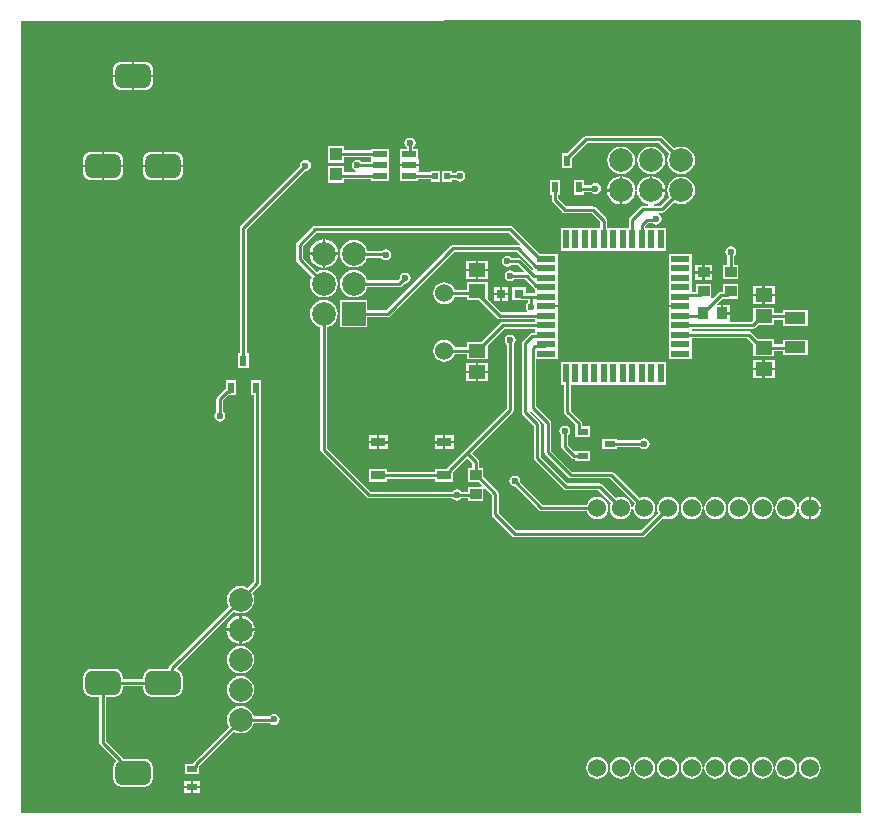
<source format=gtl>
G04*
G04 #@! TF.GenerationSoftware,Altium Limited,Altium Designer,18.1.9 (240)*
G04*
G04 Layer_Physical_Order=1*
G04 Layer_Color=255*
%FSLAX25Y25*%
%MOIN*%
G70*
G01*
G75*
%ADD10C,0.00984*%
%ADD37R,0.03543X0.02362*%
%ADD38R,0.02165X0.03740*%
%ADD39R,0.03937X0.03543*%
%ADD40R,0.01968X0.02362*%
%ADD41R,0.03740X0.02165*%
%ADD42R,0.04724X0.03150*%
%ADD43R,0.03937X0.04331*%
%ADD44R,0.04800X0.02000*%
%ADD45R,0.03543X0.03937*%
%ADD46R,0.06299X0.02165*%
%ADD47R,0.02165X0.06299*%
%ADD48R,0.03898X0.03465*%
%ADD49R,0.03150X0.03150*%
%ADD50R,0.05709X0.04528*%
%ADD51R,0.07087X0.03937*%
%ADD52C,0.01000*%
%ADD53C,0.07874*%
%ADD54C,0.06000*%
%ADD55R,0.07874X0.07874*%
G04:AMPARAMS|DCode=56|XSize=78.74mil|YSize=118.11mil|CornerRadius=19.68mil|HoleSize=0mil|Usage=FLASHONLY|Rotation=270.000|XOffset=0mil|YOffset=0mil|HoleType=Round|Shape=RoundedRectangle|*
%AMROUNDEDRECTD56*
21,1,0.07874,0.07874,0,0,270.0*
21,1,0.03937,0.11811,0,0,270.0*
1,1,0.03937,-0.03937,-0.01968*
1,1,0.03937,-0.03937,0.01968*
1,1,0.03937,0.03937,0.01968*
1,1,0.03937,0.03937,-0.01968*
%
%ADD56ROUNDEDRECTD56*%
%ADD57C,0.02362*%
G36*
X461952Y461991D02*
Y197890D01*
X181945D01*
Y461919D01*
X461598Y462344D01*
X461952Y461991D01*
D02*
G37*
%LPC*%
G36*
X223189Y448370D02*
X219646D01*
Y444016D01*
X225969D01*
Y445590D01*
X225874Y446310D01*
X225596Y446980D01*
X225154Y447556D01*
X224579Y447998D01*
X223908Y448276D01*
X223189Y448370D01*
D02*
G37*
G36*
X218858D02*
X215315D01*
X214596Y448276D01*
X213925Y447998D01*
X213349Y447556D01*
X212908Y446980D01*
X212630Y446310D01*
X212535Y445590D01*
Y444016D01*
X218858D01*
Y448370D01*
D02*
G37*
G36*
X225969Y443228D02*
X219646D01*
Y438874D01*
X223189D01*
X223908Y438969D01*
X224579Y439246D01*
X225154Y439688D01*
X225596Y440264D01*
X225874Y440934D01*
X225969Y441653D01*
Y443228D01*
D02*
G37*
G36*
X218858D02*
X212535D01*
Y441653D01*
X212630Y440934D01*
X212908Y440264D01*
X213349Y439688D01*
X213925Y439246D01*
X214596Y438969D01*
X215315Y438874D01*
X218858D01*
Y443228D01*
D02*
G37*
G36*
X289598Y420295D02*
X284402D01*
Y414705D01*
X289598D01*
Y416556D01*
X298492D01*
X298670Y416070D01*
Y415630D01*
X298670Y415570D01*
Y414923D01*
X295508D01*
X295400Y415085D01*
X294801Y415485D01*
X294094Y415626D01*
X293388Y415485D01*
X292789Y415085D01*
X292389Y414486D01*
X292248Y413779D01*
X292389Y413073D01*
X292789Y412474D01*
X293388Y412074D01*
X293594Y412033D01*
X293748Y411492D01*
X293697Y411444D01*
X289598D01*
Y413602D01*
X284402D01*
Y408012D01*
X289598D01*
Y409156D01*
X298670D01*
Y408670D01*
X304730D01*
Y411870D01*
X304730Y411930D01*
Y412370D01*
X304730Y412430D01*
Y415570D01*
X304730Y415630D01*
Y416070D01*
X304730Y416130D01*
Y419330D01*
X298670D01*
Y418844D01*
X289598D01*
Y420295D01*
D02*
G37*
G36*
X311614Y423106D02*
X310908Y422966D01*
X310309Y422566D01*
X309908Y421967D01*
X309768Y421260D01*
X309908Y420553D01*
X310309Y419954D01*
X310470Y419846D01*
Y419330D01*
X308270D01*
X308270Y416222D01*
X308113Y415787D01*
X308113Y415635D01*
Y414394D01*
X311300D01*
X314487D01*
Y415635D01*
X314487Y415787D01*
X314330Y416222D01*
X314330Y416287D01*
Y419330D01*
X312758D01*
Y419846D01*
X312920Y419954D01*
X313320Y420553D01*
X313461Y421260D01*
X313320Y421967D01*
X312920Y422566D01*
X312321Y422966D01*
X311614Y423106D01*
D02*
G37*
G36*
X233189Y418370D02*
X229646D01*
Y414016D01*
X235969D01*
Y415590D01*
X235874Y416310D01*
X235596Y416980D01*
X235155Y417556D01*
X234579Y417998D01*
X233908Y418275D01*
X233189Y418370D01*
D02*
G37*
G36*
X213189D02*
X209646D01*
Y414016D01*
X215969D01*
Y415590D01*
X215874Y416310D01*
X215596Y416980D01*
X215155Y417556D01*
X214579Y417998D01*
X213908Y418275D01*
X213189Y418370D01*
D02*
G37*
G36*
X228858D02*
X225315D01*
X224595Y418275D01*
X223925Y417998D01*
X223349Y417556D01*
X222908Y416980D01*
X222630Y416310D01*
X222535Y415590D01*
Y414016D01*
X228858D01*
Y418370D01*
D02*
G37*
G36*
X208858D02*
X205315D01*
X204595Y418275D01*
X203925Y417998D01*
X203349Y417556D01*
X202908Y416980D01*
X202630Y416310D01*
X202535Y415590D01*
Y414016D01*
X208858D01*
Y418370D01*
D02*
G37*
G36*
X276772Y415618D02*
X276065Y415478D01*
X275466Y415077D01*
X275066Y414478D01*
X274925Y413772D01*
X274963Y413581D01*
X255293Y393911D01*
X255045Y393540D01*
X254958Y393102D01*
Y351122D01*
X254390D01*
Y346122D01*
X257815D01*
Y351122D01*
X257246D01*
Y392629D01*
X276581Y411963D01*
X276772Y411925D01*
X277478Y412066D01*
X278077Y412466D01*
X278478Y413065D01*
X278618Y413772D01*
X278478Y414478D01*
X278077Y415077D01*
X277478Y415478D01*
X276772Y415618D01*
D02*
G37*
G36*
X328150Y412083D02*
X327443Y411942D01*
X326844Y411542D01*
X326736Y411380D01*
X325630D01*
Y412047D01*
X322402D01*
Y408425D01*
X325630D01*
Y409092D01*
X326736D01*
X326844Y408930D01*
X327443Y408530D01*
X328150Y408390D01*
X328856Y408530D01*
X329455Y408930D01*
X329855Y409530D01*
X329996Y410236D01*
X329855Y410943D01*
X329455Y411542D01*
X328856Y411942D01*
X328150Y412083D01*
D02*
G37*
G36*
X395000Y423644D02*
X370284D01*
X369846Y423557D01*
X369475Y423309D01*
X364095Y417929D01*
X362287D01*
Y412929D01*
X365713D01*
Y416311D01*
X370757Y421356D01*
X394526D01*
X398040Y417842D01*
X398011Y417803D01*
X397551Y416692D01*
X397394Y415500D01*
X397551Y414308D01*
X398011Y413197D01*
X398743Y412243D01*
X399697Y411511D01*
X400808Y411051D01*
X402000Y410894D01*
X403192Y411051D01*
X404303Y411511D01*
X405257Y412243D01*
X405989Y413197D01*
X406449Y414308D01*
X406606Y415500D01*
X406449Y416692D01*
X405989Y417803D01*
X405257Y418757D01*
X404303Y419489D01*
X403192Y419949D01*
X402000Y420106D01*
X400808Y419949D01*
X399697Y419489D01*
X399658Y419460D01*
X395809Y423309D01*
X395438Y423557D01*
X395000Y423644D01*
D02*
G37*
G36*
X392000Y420106D02*
X390808Y419949D01*
X389697Y419489D01*
X388743Y418757D01*
X388011Y417803D01*
X387551Y416692D01*
X387394Y415500D01*
X387551Y414308D01*
X388011Y413197D01*
X388743Y412243D01*
X389697Y411511D01*
X390808Y411051D01*
X392000Y410894D01*
X393192Y411051D01*
X394303Y411511D01*
X395257Y412243D01*
X395989Y413197D01*
X396449Y414308D01*
X396606Y415500D01*
X396449Y416692D01*
X395989Y417803D01*
X395257Y418757D01*
X394303Y419489D01*
X393192Y419949D01*
X392000Y420106D01*
D02*
G37*
G36*
X382000D02*
X380808Y419949D01*
X379697Y419489D01*
X378743Y418757D01*
X378011Y417803D01*
X377551Y416692D01*
X377394Y415500D01*
X377551Y414308D01*
X378011Y413197D01*
X378743Y412243D01*
X379697Y411511D01*
X380808Y411051D01*
X382000Y410894D01*
X383192Y411051D01*
X384303Y411511D01*
X385257Y412243D01*
X385989Y413197D01*
X386449Y414308D01*
X386606Y415500D01*
X386449Y416692D01*
X385989Y417803D01*
X385257Y418757D01*
X384303Y419489D01*
X383192Y419949D01*
X382000Y420106D01*
D02*
G37*
G36*
X235969Y413228D02*
X229646D01*
Y408874D01*
X233189D01*
X233908Y408969D01*
X234579Y409246D01*
X235155Y409688D01*
X235596Y410264D01*
X235874Y410934D01*
X235969Y411654D01*
Y413228D01*
D02*
G37*
G36*
X228858D02*
X222535D01*
Y411654D01*
X222630Y410934D01*
X222908Y410264D01*
X223349Y409688D01*
X223925Y409246D01*
X224595Y408969D01*
X225315Y408874D01*
X228858D01*
Y413228D01*
D02*
G37*
G36*
X215969D02*
X209646D01*
Y408874D01*
X213189D01*
X213908Y408969D01*
X214579Y409246D01*
X215155Y409688D01*
X215596Y410264D01*
X215874Y410934D01*
X215969Y411654D01*
Y413228D01*
D02*
G37*
G36*
X208858D02*
X202535D01*
Y411654D01*
X202630Y410934D01*
X202908Y410264D01*
X203349Y409688D01*
X203925Y409246D01*
X204595Y408969D01*
X205315Y408874D01*
X208858D01*
Y413228D01*
D02*
G37*
G36*
X314487Y413606D02*
X311300D01*
X308113D01*
Y412365D01*
X308113Y412213D01*
X308270Y411778D01*
X308270Y411713D01*
Y408670D01*
X314330D01*
Y409156D01*
X318465D01*
Y408425D01*
X321693D01*
Y412047D01*
X318465D01*
Y411444D01*
X314664D01*
X314636Y411471D01*
X314390Y411944D01*
X314487Y412213D01*
X314487Y412365D01*
Y413606D01*
D02*
G37*
G36*
X392394Y410213D02*
Y405894D01*
X396713D01*
X396603Y406733D01*
X396127Y407883D01*
X395370Y408870D01*
X394383Y409627D01*
X393233Y410103D01*
X392394Y410213D01*
D02*
G37*
G36*
X381606D02*
X380767Y410103D01*
X379617Y409627D01*
X378630Y408870D01*
X377873Y407883D01*
X377397Y406733D01*
X377287Y405894D01*
X381606D01*
Y410213D01*
D02*
G37*
G36*
X369768Y409071D02*
X366342D01*
Y404071D01*
X369768D01*
Y404958D01*
X372011D01*
X372119Y404797D01*
X372719Y404396D01*
X373425Y404256D01*
X374132Y404396D01*
X374731Y404797D01*
X375131Y405396D01*
X375272Y406102D01*
X375131Y406809D01*
X374731Y407408D01*
X374132Y407808D01*
X373425Y407949D01*
X372719Y407808D01*
X372119Y407408D01*
X372011Y407246D01*
X369768D01*
Y409071D01*
D02*
G37*
G36*
X381606Y405106D02*
X377287D01*
X377397Y404267D01*
X377873Y403117D01*
X378630Y402131D01*
X379617Y401373D01*
X380767Y400897D01*
X381606Y400787D01*
Y405106D01*
D02*
G37*
G36*
X382394Y410213D02*
Y405500D01*
Y400787D01*
X383233Y400897D01*
X384383Y401373D01*
X385369Y402131D01*
X386127Y403117D01*
X386603Y404267D01*
X386718Y405144D01*
X386748Y405368D01*
X387252D01*
X387282Y405144D01*
X387397Y404267D01*
X387873Y403117D01*
X388631Y402131D01*
X389617Y401373D01*
X390767Y400897D01*
X391075Y400857D01*
X391042Y400357D01*
X389173D01*
X388735Y400270D01*
X388364Y400022D01*
X384853Y396510D01*
X384605Y396139D01*
X384517Y395701D01*
Y392992D01*
X377357D01*
Y395441D01*
X377270Y395879D01*
X377022Y396250D01*
X373447Y399825D01*
X373076Y400073D01*
X372638Y400160D01*
X363663D01*
X361089Y402734D01*
Y404071D01*
X361658D01*
Y409071D01*
X358232D01*
Y404071D01*
X358801D01*
Y402260D01*
X358888Y401822D01*
X359136Y401451D01*
X362380Y398207D01*
X362751Y397959D01*
X363189Y397872D01*
X372164D01*
X375069Y394967D01*
Y392992D01*
X361902D01*
Y385433D01*
X396823D01*
Y392992D01*
X390044D01*
X389992Y393492D01*
X390958Y394459D01*
X392548D01*
X392994Y394160D01*
X393701Y394020D01*
X394407Y394160D01*
X395006Y394561D01*
X395407Y395160D01*
X395547Y395866D01*
X395407Y396573D01*
X395006Y397172D01*
X394407Y397572D01*
X394474Y398069D01*
X395713D01*
X396150Y398156D01*
X396521Y398404D01*
X399658Y401540D01*
X399697Y401511D01*
X400808Y401051D01*
X402000Y400894D01*
X403192Y401051D01*
X404303Y401511D01*
X405257Y402243D01*
X405989Y403197D01*
X406449Y404308D01*
X406606Y405500D01*
X406449Y406692D01*
X405989Y407803D01*
X405257Y408757D01*
X404303Y409489D01*
X403192Y409949D01*
X402000Y410106D01*
X400808Y409949D01*
X399697Y409489D01*
X398743Y408757D01*
X398011Y407803D01*
X397551Y406692D01*
X397394Y405500D01*
X397551Y404308D01*
X398011Y403197D01*
X398040Y403158D01*
X395239Y400357D01*
X392958D01*
X392925Y400857D01*
X393233Y400897D01*
X394383Y401373D01*
X395370Y402131D01*
X396127Y403117D01*
X396603Y404267D01*
X396713Y405106D01*
X392000D01*
Y405500D01*
X391606D01*
Y410213D01*
X390767Y410103D01*
X389617Y409627D01*
X388631Y408870D01*
X387873Y407883D01*
X387397Y406733D01*
X387282Y405856D01*
X387252Y405632D01*
X386748D01*
X386718Y405856D01*
X386603Y406733D01*
X386127Y407883D01*
X385369Y408870D01*
X384383Y409627D01*
X383233Y410103D01*
X382394Y410213D01*
D02*
G37*
G36*
X345045Y393630D02*
X279888D01*
X279450Y393543D01*
X279079Y393295D01*
X273994Y388211D01*
X273746Y387839D01*
X273659Y387402D01*
Y382480D01*
X273746Y382043D01*
X273994Y381671D01*
X278914Y376751D01*
X278885Y376713D01*
X278425Y375602D01*
X278268Y374410D01*
X278425Y373217D01*
X278885Y372106D01*
X279617Y371152D01*
X280571Y370420D01*
X281682Y369960D01*
X282874Y369803D01*
X284066Y369960D01*
X285177Y370420D01*
X286131Y371152D01*
X286863Y372106D01*
X287323Y373217D01*
X287480Y374410D01*
X287323Y375602D01*
X286863Y376713D01*
X286131Y377667D01*
X285177Y378399D01*
X284066Y378859D01*
X282874Y379016D01*
X281682Y378859D01*
X280571Y378399D01*
X280532Y378369D01*
X275947Y382954D01*
Y386928D01*
X280362Y391342D01*
X344571D01*
X348207Y387707D01*
X348112Y387513D01*
X347912Y387294D01*
X347559Y387365D01*
X325984D01*
X325547Y387277D01*
X325175Y387029D01*
X303699Y365553D01*
X297441D01*
Y368976D01*
X288307D01*
Y359842D01*
X297441D01*
Y363265D01*
X304173D01*
X304611Y363352D01*
X304982Y363600D01*
X326458Y385076D01*
X347085D01*
X352931Y379230D01*
X352924Y379164D01*
X352401Y378979D01*
X348682Y382699D01*
X348311Y382947D01*
X347873Y383034D01*
X345508D01*
X345400Y383195D01*
X344801Y383596D01*
X344094Y383736D01*
X343388Y383596D01*
X342789Y383195D01*
X342389Y382596D01*
X342248Y381890D01*
X342389Y381183D01*
X342789Y380584D01*
X343388Y380184D01*
X344094Y380043D01*
X344801Y380184D01*
X345400Y380584D01*
X345508Y380746D01*
X347399D01*
X349539Y378606D01*
X349348Y378144D01*
X346414D01*
X346306Y378306D01*
X345707Y378706D01*
X345000Y378847D01*
X344293Y378706D01*
X343694Y378306D01*
X343294Y377707D01*
X343154Y377000D01*
X343294Y376293D01*
X343694Y375694D01*
X344293Y375294D01*
X345000Y375153D01*
X345707Y375294D01*
X346306Y375694D01*
X346414Y375856D01*
X350006D01*
X352931Y372931D01*
X353221Y372738D01*
Y371144D01*
X350110D01*
Y373205D01*
X345701D01*
Y368795D01*
X350110D01*
Y368856D01*
X350856D01*
Y367914D01*
X350694Y367806D01*
X350294Y367207D01*
X350153Y366500D01*
X350294Y365793D01*
X350588Y365353D01*
X350374Y364853D01*
X341989D01*
X337484Y369358D01*
Y374850D01*
X330516D01*
Y372357D01*
X326455D01*
X326171Y373043D01*
X325589Y373801D01*
X324831Y374383D01*
X323948Y374749D01*
X323000Y374874D01*
X322052Y374749D01*
X321169Y374383D01*
X320411Y373801D01*
X319829Y373043D01*
X319463Y372160D01*
X319339Y371213D01*
X319463Y370265D01*
X319829Y369382D01*
X320411Y368624D01*
X321169Y368042D01*
X322052Y367676D01*
X323000Y367551D01*
X323948Y367676D01*
X324831Y368042D01*
X325589Y368624D01*
X326171Y369382D01*
X326455Y370069D01*
X330516D01*
Y369063D01*
X334520D01*
X340697Y362886D01*
X341071Y362636D01*
X341512Y362549D01*
X353221D01*
Y361703D01*
X342551D01*
X342110Y361615D01*
X341737Y361366D01*
X335308Y354937D01*
X330516D01*
Y353144D01*
X326455D01*
X326171Y353831D01*
X325589Y354589D01*
X324831Y355171D01*
X323948Y355537D01*
X323000Y355661D01*
X322052Y355537D01*
X321169Y355171D01*
X320411Y354589D01*
X319829Y353831D01*
X319463Y352948D01*
X319339Y352000D01*
X319463Y351052D01*
X319829Y350169D01*
X320411Y349411D01*
X321169Y348829D01*
X322052Y348464D01*
X323000Y348339D01*
X323948Y348464D01*
X324831Y348829D01*
X325589Y349411D01*
X326171Y350169D01*
X326455Y350856D01*
X330516D01*
Y349150D01*
X337484D01*
Y353855D01*
X343028Y359399D01*
X353221D01*
Y358018D01*
X352374D01*
X351936Y357931D01*
X351565Y357683D01*
X349191Y355309D01*
X348943Y354938D01*
X348856Y354500D01*
Y331500D01*
X348943Y331062D01*
X349191Y330691D01*
X352856Y327026D01*
Y316276D01*
X352943Y315838D01*
X353191Y315467D01*
X362774Y305884D01*
X363145Y305636D01*
X363583Y305549D01*
X374329D01*
X378638Y301240D01*
X378353Y300554D01*
X378228Y299606D01*
X378353Y298659D01*
X378719Y297776D01*
X379301Y297017D01*
X380059Y296436D01*
X380942Y296070D01*
X381890Y295945D01*
X382837Y296070D01*
X383720Y296436D01*
X384479Y297017D01*
X385061Y297776D01*
X385426Y298659D01*
X385551Y299606D01*
X385426Y300554D01*
X385061Y301437D01*
X384479Y302195D01*
X383720Y302777D01*
X382837Y303143D01*
X381890Y303268D01*
X380942Y303143D01*
X380256Y302858D01*
X375612Y307502D01*
X375241Y307750D01*
X374803Y307837D01*
X364057D01*
X355144Y316749D01*
Y327500D01*
X355057Y327938D01*
X354809Y328309D01*
X351441Y331677D01*
X351452Y331723D01*
X352006Y331876D01*
X356356Y327526D01*
Y318287D01*
X356443Y317850D01*
X356691Y317478D01*
X364349Y309821D01*
X364720Y309573D01*
X365158Y309486D01*
X378266D01*
X386512Y301240D01*
X386227Y300554D01*
X386103Y299606D01*
X386227Y298659D01*
X386593Y297776D01*
X387175Y297017D01*
X387933Y296436D01*
X388816Y296070D01*
X389764Y295945D01*
X390711Y296070D01*
X391594Y296436D01*
X392353Y297017D01*
X392934Y297776D01*
X393300Y298659D01*
X393425Y299606D01*
X393300Y300554D01*
X392934Y301437D01*
X392353Y302195D01*
X391594Y302777D01*
X390711Y303143D01*
X389764Y303268D01*
X388816Y303143D01*
X388130Y302858D01*
X379549Y311439D01*
X379178Y311687D01*
X378740Y311774D01*
X365631D01*
X358644Y318761D01*
Y328000D01*
X358557Y328438D01*
X358309Y328809D01*
X353644Y333474D01*
Y349390D01*
X360780D01*
Y352539D01*
Y355689D01*
Y358839D01*
Y361988D01*
Y364980D01*
X360937D01*
Y366457D01*
X357000D01*
Y367244D01*
X360937D01*
Y368721D01*
X360780D01*
Y371437D01*
Y374587D01*
Y377736D01*
Y380886D01*
Y384311D01*
X354838D01*
X345854Y393295D01*
X345483Y393543D01*
X345045Y393630D01*
D02*
G37*
G36*
X283268Y389123D02*
Y384803D01*
X287587D01*
X287477Y385643D01*
X287001Y386792D01*
X286244Y387779D01*
X285257Y388536D01*
X284107Y389012D01*
X283268Y389123D01*
D02*
G37*
G36*
X282480D02*
X281641Y389012D01*
X280491Y388536D01*
X279504Y387779D01*
X278747Y386792D01*
X278271Y385643D01*
X278161Y384803D01*
X282480D01*
Y389123D01*
D02*
G37*
G36*
X292874Y389016D02*
X291682Y388859D01*
X290571Y388399D01*
X289617Y387667D01*
X288885Y386713D01*
X288425Y385602D01*
X288268Y384409D01*
X288425Y383217D01*
X288885Y382106D01*
X289617Y381152D01*
X290571Y380420D01*
X291682Y379960D01*
X292874Y379803D01*
X294066Y379960D01*
X295177Y380420D01*
X296131Y381152D01*
X296863Y382106D01*
X297270Y383088D01*
X302011D01*
X302238Y382749D01*
X302837Y382349D01*
X303543Y382209D01*
X304250Y382349D01*
X304849Y382749D01*
X305249Y383348D01*
X305390Y384055D01*
X305249Y384762D01*
X304849Y385361D01*
X304250Y385761D01*
X303543Y385902D01*
X302837Y385761D01*
X302261Y385376D01*
X297353D01*
X297323Y385602D01*
X296863Y386713D01*
X296131Y387667D01*
X295177Y388399D01*
X294066Y388859D01*
X292874Y389016D01*
D02*
G37*
G36*
X287587Y384016D02*
X283268D01*
Y379696D01*
X284107Y379807D01*
X285257Y380283D01*
X286244Y381040D01*
X287001Y382027D01*
X287477Y383176D01*
X287587Y384016D01*
D02*
G37*
G36*
X282480D02*
X278161D01*
X278271Y383176D01*
X278747Y382027D01*
X279504Y381040D01*
X280491Y380283D01*
X281641Y379807D01*
X282480Y379696D01*
Y384016D01*
D02*
G37*
G36*
X337642Y382095D02*
X334394D01*
Y379437D01*
X337642D01*
Y382095D01*
D02*
G37*
G36*
X333606D02*
X330358D01*
Y379437D01*
X333606D01*
Y382095D01*
D02*
G37*
G36*
X412256Y380709D02*
X409894D01*
Y378543D01*
X412256D01*
Y380709D01*
D02*
G37*
G36*
X409106D02*
X406744D01*
Y378543D01*
X409106D01*
Y380709D01*
D02*
G37*
G36*
X337642Y378650D02*
X334394D01*
Y375992D01*
X337642D01*
Y378650D01*
D02*
G37*
G36*
X333606D02*
X330358D01*
Y375992D01*
X333606D01*
Y378650D01*
D02*
G37*
G36*
X418500Y386846D02*
X417793Y386706D01*
X417194Y386306D01*
X416794Y385707D01*
X416653Y385000D01*
X416794Y384293D01*
X417194Y383694D01*
X417356Y383586D01*
Y380571D01*
X415921D01*
Y375847D01*
X421079D01*
Y380571D01*
X419644D01*
Y383586D01*
X419806Y383694D01*
X420206Y384293D01*
X420346Y385000D01*
X420206Y385707D01*
X419806Y386306D01*
X419207Y386706D01*
X418500Y386846D01*
D02*
G37*
G36*
X412256Y377756D02*
X409894D01*
Y375590D01*
X412256D01*
Y377756D01*
D02*
G37*
G36*
X409106D02*
X406744D01*
Y375590D01*
X409106D01*
Y377756D01*
D02*
G37*
G36*
X292874Y379016D02*
X291682Y378859D01*
X290571Y378399D01*
X289617Y377667D01*
X288885Y376713D01*
X288425Y375602D01*
X288268Y374410D01*
X288425Y373217D01*
X288885Y372106D01*
X289617Y371152D01*
X290571Y370420D01*
X291682Y369960D01*
X292874Y369803D01*
X294066Y369960D01*
X295177Y370420D01*
X296131Y371152D01*
X296863Y372106D01*
X297323Y373217D01*
X297330Y373265D01*
X308053D01*
X308491Y373353D01*
X308862Y373601D01*
X309669Y374408D01*
X310039Y374335D01*
X310746Y374475D01*
X311345Y374875D01*
X311745Y375475D01*
X311886Y376181D01*
X311745Y376888D01*
X311345Y377487D01*
X310746Y377887D01*
X310039Y378028D01*
X309333Y377887D01*
X308734Y377487D01*
X308333Y376888D01*
X308193Y376181D01*
X308195Y376170D01*
X307579Y375553D01*
X297330D01*
X297323Y375602D01*
X296863Y376713D01*
X296131Y377667D01*
X295177Y378399D01*
X294066Y378859D01*
X292874Y379016D01*
D02*
G37*
G36*
X344362Y373362D02*
X342394D01*
Y371394D01*
X344362D01*
Y373362D01*
D02*
G37*
G36*
X341606D02*
X339638D01*
Y371394D01*
X341606D01*
Y373362D01*
D02*
G37*
G36*
X433142Y373638D02*
X429894D01*
Y370980D01*
X433142D01*
Y373638D01*
D02*
G37*
G36*
X429106D02*
X425858D01*
Y370980D01*
X429106D01*
Y373638D01*
D02*
G37*
G36*
X344362Y370606D02*
X342394D01*
Y368638D01*
X344362D01*
Y370606D01*
D02*
G37*
G36*
X341606D02*
X339638D01*
Y368638D01*
X341606D01*
Y370606D01*
D02*
G37*
G36*
X433142Y370193D02*
X429894D01*
Y367535D01*
X433142D01*
Y370193D01*
D02*
G37*
G36*
X429106D02*
X425858D01*
Y367535D01*
X429106D01*
Y370193D01*
D02*
G37*
G36*
X418209Y367256D02*
X416043D01*
Y364894D01*
X418209D01*
Y367256D01*
D02*
G37*
G36*
X405504Y384311D02*
X397945D01*
Y380886D01*
Y377736D01*
Y374587D01*
Y371437D01*
Y368721D01*
X397787D01*
Y367244D01*
X401724D01*
Y366457D01*
X397787D01*
Y364980D01*
X397945D01*
Y361988D01*
Y358839D01*
Y355689D01*
Y352539D01*
Y349390D01*
X405504D01*
Y352539D01*
Y356258D01*
X424077D01*
X426016Y354319D01*
Y350150D01*
X432984D01*
Y351899D01*
X435827D01*
Y350559D01*
X444173D01*
Y355756D01*
X435827D01*
Y354187D01*
X432984D01*
Y355937D01*
X427634D01*
X425360Y358210D01*
X424989Y358458D01*
X424551Y358546D01*
X405504D01*
Y359407D01*
X425961D01*
X426398Y359494D01*
X426770Y359742D01*
X427634Y360606D01*
X432984D01*
Y362356D01*
X435827D01*
Y360402D01*
X444173D01*
Y365598D01*
X435827D01*
Y364644D01*
X432984D01*
Y366394D01*
X426016D01*
Y362224D01*
X425487Y361695D01*
X418688D01*
X418209Y361744D01*
Y364106D01*
X415650D01*
Y364500D01*
X415256D01*
Y367256D01*
X414181D01*
X413989Y367718D01*
X415679Y369407D01*
X417260D01*
X417370Y369429D01*
X421079D01*
Y374153D01*
X415921D01*
Y371695D01*
X415205D01*
X414767Y371608D01*
X414396Y371360D01*
X412598Y369563D01*
X412098Y369770D01*
X412098Y369781D01*
X412098D01*
X412098Y369816D01*
Y374252D01*
X406902D01*
Y371715D01*
X405504D01*
Y374587D01*
Y377736D01*
Y380886D01*
Y384311D01*
D02*
G37*
G36*
X433142Y349008D02*
X429894D01*
Y346350D01*
X433142D01*
Y349008D01*
D02*
G37*
G36*
X429106D02*
X425858D01*
Y346350D01*
X429106D01*
Y349008D01*
D02*
G37*
G36*
X337642Y348008D02*
X334394D01*
Y345350D01*
X337642D01*
Y348008D01*
D02*
G37*
G36*
X333606D02*
X330358D01*
Y345350D01*
X333606D01*
Y348008D01*
D02*
G37*
G36*
X433142Y345563D02*
X429894D01*
Y342905D01*
X433142D01*
Y345563D01*
D02*
G37*
G36*
X429106D02*
X425858D01*
Y342905D01*
X429106D01*
Y345563D01*
D02*
G37*
G36*
X337642Y344563D02*
X334394D01*
Y341905D01*
X337642D01*
Y344563D01*
D02*
G37*
G36*
X333606D02*
X330358D01*
Y341905D01*
X333606D01*
Y344563D01*
D02*
G37*
G36*
X253760Y342264D02*
X250335D01*
Y339463D01*
X250232Y339443D01*
X249860Y339195D01*
X247419Y336754D01*
X247171Y336383D01*
X247084Y335945D01*
Y331630D01*
X246923Y331522D01*
X246522Y330923D01*
X246382Y330217D01*
X246522Y329510D01*
X246923Y328911D01*
X247522Y328511D01*
X248228Y328370D01*
X248935Y328511D01*
X249534Y328911D01*
X249934Y329510D01*
X250075Y330217D01*
X249934Y330923D01*
X249534Y331522D01*
X249372Y331630D01*
Y335471D01*
X251143Y337242D01*
X251457D01*
X251567Y337264D01*
X253760D01*
Y342264D01*
D02*
G37*
G36*
X396823Y348268D02*
X361902D01*
Y340709D01*
X362931D01*
Y331594D01*
X363018Y331157D01*
X363266Y330786D01*
X366746Y327306D01*
Y325681D01*
X366768Y325571D01*
Y323378D01*
X371768D01*
Y326803D01*
X369034D01*
Y327780D01*
X368947Y328217D01*
X368699Y328589D01*
X365219Y332068D01*
Y340709D01*
X396823D01*
Y348268D01*
D02*
G37*
G36*
X389697Y322882D02*
X388990Y322741D01*
X388391Y322341D01*
X388283Y322180D01*
X380626D01*
Y322748D01*
X375626D01*
Y319323D01*
X380626D01*
Y319891D01*
X388283D01*
X388391Y319730D01*
X388990Y319330D01*
X389697Y319189D01*
X390404Y319330D01*
X391002Y319730D01*
X391403Y320329D01*
X391543Y321035D01*
X391403Y321742D01*
X391002Y322341D01*
X390404Y322741D01*
X389697Y322882D01*
D02*
G37*
G36*
X326150Y323874D02*
X323394D01*
Y321905D01*
X326150D01*
Y323874D01*
D02*
G37*
G36*
X304150D02*
X301394D01*
Y321905D01*
X304150D01*
Y323874D01*
D02*
G37*
G36*
X322606D02*
X319850D01*
Y321905D01*
X322606D01*
Y323874D01*
D02*
G37*
G36*
X300606D02*
X297850D01*
Y321905D01*
X300606D01*
Y323874D01*
D02*
G37*
G36*
X326150Y321118D02*
X323394D01*
Y319150D01*
X326150D01*
Y321118D01*
D02*
G37*
G36*
X322606D02*
X319850D01*
Y319150D01*
X322606D01*
Y321118D01*
D02*
G37*
G36*
X304150D02*
X301394D01*
Y319150D01*
X304150D01*
Y321118D01*
D02*
G37*
G36*
X300606D02*
X297850D01*
Y319150D01*
X300606D01*
Y321118D01*
D02*
G37*
G36*
X363189Y327043D02*
X362482Y326903D01*
X361883Y326502D01*
X361483Y325904D01*
X361343Y325197D01*
X361483Y324490D01*
X361883Y323891D01*
X362045Y323783D01*
Y320079D01*
X362132Y319641D01*
X362380Y319270D01*
X365478Y316171D01*
X365850Y315923D01*
X366287Y315836D01*
X366768D01*
Y315268D01*
X371768D01*
Y318693D01*
X366768D01*
Y318693D01*
X366268Y318618D01*
X364333Y320553D01*
Y323783D01*
X364495Y323891D01*
X364895Y324490D01*
X365036Y325197D01*
X364895Y325904D01*
X364495Y326502D01*
X363896Y326903D01*
X363189Y327043D01*
D02*
G37*
G36*
X444488Y303375D02*
X443893Y303296D01*
X442972Y302915D01*
X442181Y302308D01*
X441574Y301516D01*
X441192Y300595D01*
X441118Y300030D01*
X440613D01*
X440544Y300554D01*
X440179Y301437D01*
X439597Y302195D01*
X438838Y302777D01*
X437956Y303143D01*
X437008Y303268D01*
X436060Y303143D01*
X435177Y302777D01*
X434419Y302195D01*
X433837Y301437D01*
X433471Y300554D01*
X433347Y299606D01*
X433471Y298659D01*
X433837Y297776D01*
X434419Y297017D01*
X435177Y296436D01*
X436060Y296070D01*
X437008Y295945D01*
X437956Y296070D01*
X438838Y296436D01*
X439597Y297017D01*
X440179Y297776D01*
X440544Y298659D01*
X440613Y299182D01*
X441118D01*
X441192Y298618D01*
X441574Y297696D01*
X442181Y296905D01*
X442972Y296298D01*
X443893Y295916D01*
X444488Y295838D01*
Y299606D01*
Y303375D01*
D02*
G37*
G36*
X445276D02*
Y300000D01*
X448650D01*
X448572Y300595D01*
X448190Y301516D01*
X447583Y302308D01*
X446792Y302915D01*
X445871Y303296D01*
X445276Y303375D01*
D02*
G37*
G36*
X429134Y303268D02*
X428186Y303143D01*
X427303Y302777D01*
X426545Y302195D01*
X425963Y301437D01*
X425597Y300554D01*
X425473Y299606D01*
X425597Y298659D01*
X425963Y297776D01*
X426545Y297017D01*
X427303Y296436D01*
X428186Y296070D01*
X429134Y295945D01*
X430082Y296070D01*
X430965Y296436D01*
X431723Y297017D01*
X432305Y297776D01*
X432670Y298659D01*
X432795Y299606D01*
X432670Y300554D01*
X432305Y301437D01*
X431723Y302195D01*
X430965Y302777D01*
X430082Y303143D01*
X429134Y303268D01*
D02*
G37*
G36*
X421260D02*
X420312Y303143D01*
X419429Y302777D01*
X418671Y302195D01*
X418089Y301437D01*
X417723Y300554D01*
X417599Y299606D01*
X417723Y298659D01*
X418089Y297776D01*
X418671Y297017D01*
X419429Y296436D01*
X420312Y296070D01*
X421260Y295945D01*
X422207Y296070D01*
X423091Y296436D01*
X423849Y297017D01*
X424431Y297776D01*
X424796Y298659D01*
X424921Y299606D01*
X424796Y300554D01*
X424431Y301437D01*
X423849Y302195D01*
X423091Y302777D01*
X422207Y303143D01*
X421260Y303268D01*
D02*
G37*
G36*
X413386D02*
X412438Y303143D01*
X411555Y302777D01*
X410797Y302195D01*
X410215Y301437D01*
X409849Y300554D01*
X409725Y299606D01*
X409849Y298659D01*
X410215Y297776D01*
X410797Y297017D01*
X411555Y296436D01*
X412438Y296070D01*
X413386Y295945D01*
X414333Y296070D01*
X415216Y296436D01*
X415975Y297017D01*
X416557Y297776D01*
X416922Y298659D01*
X417047Y299606D01*
X416922Y300554D01*
X416557Y301437D01*
X415975Y302195D01*
X415216Y302777D01*
X414333Y303143D01*
X413386Y303268D01*
D02*
G37*
G36*
X405512D02*
X404564Y303143D01*
X403681Y302777D01*
X402923Y302195D01*
X402341Y301437D01*
X401975Y300554D01*
X401851Y299606D01*
X401975Y298659D01*
X402341Y297776D01*
X402923Y297017D01*
X403681Y296436D01*
X404564Y296070D01*
X405512Y295945D01*
X406459Y296070D01*
X407342Y296436D01*
X408101Y297017D01*
X408682Y297776D01*
X409048Y298659D01*
X409173Y299606D01*
X409048Y300554D01*
X408682Y301437D01*
X408101Y302195D01*
X407342Y302777D01*
X406459Y303143D01*
X405512Y303268D01*
D02*
G37*
G36*
X282874Y369016D02*
X281682Y368859D01*
X280571Y368399D01*
X279617Y367667D01*
X278885Y366713D01*
X278425Y365602D01*
X278268Y364409D01*
X278425Y363217D01*
X278885Y362106D01*
X279617Y361152D01*
X280571Y360420D01*
X281682Y359960D01*
X281730Y359954D01*
Y319094D01*
X281817Y318657D01*
X282065Y318285D01*
X297223Y303128D01*
X297594Y302880D01*
X298031Y302793D01*
X325752D01*
X325860Y302631D01*
X326459Y302231D01*
X327165Y302091D01*
X327872Y302231D01*
X328471Y302631D01*
X328579Y302793D01*
X330902D01*
Y301949D01*
X336098D01*
Y305977D01*
X336560Y306168D01*
X338856Y303873D01*
Y297500D01*
X338943Y297062D01*
X339191Y296691D01*
X345691Y290191D01*
X346062Y289943D01*
X346500Y289856D01*
X389032D01*
X389469Y289943D01*
X389840Y290191D01*
X396004Y296354D01*
X396690Y296070D01*
X397638Y295945D01*
X398585Y296070D01*
X399468Y296436D01*
X400227Y297017D01*
X400808Y297776D01*
X401174Y298659D01*
X401299Y299606D01*
X401174Y300554D01*
X400808Y301437D01*
X400227Y302195D01*
X399468Y302777D01*
X398585Y303143D01*
X397638Y303268D01*
X396690Y303143D01*
X395807Y302777D01*
X395049Y302195D01*
X394467Y301437D01*
X394101Y300554D01*
X393977Y299606D01*
X394101Y298659D01*
X394386Y297972D01*
X388558Y292144D01*
X346974D01*
X341144Y297974D01*
Y304346D01*
X341057Y304784D01*
X340809Y305155D01*
X336098Y309866D01*
Y313051D01*
X334644D01*
Y315000D01*
X334557Y315438D01*
X334309Y315809D01*
X332216Y317902D01*
X345809Y331495D01*
X346057Y331866D01*
X346144Y332304D01*
Y354086D01*
X346306Y354194D01*
X346706Y354793D01*
X346847Y355500D01*
X346706Y356207D01*
X346306Y356806D01*
X345707Y357206D01*
X345000Y357347D01*
X344293Y357206D01*
X343694Y356806D01*
X343294Y356207D01*
X343154Y355500D01*
X343294Y354793D01*
X343694Y354194D01*
X343856Y354086D01*
Y332777D01*
X329789Y318711D01*
X329789Y318711D01*
X324061Y312983D01*
X323868Y312693D01*
X320008D01*
Y311632D01*
X303992D01*
Y312693D01*
X298008D01*
Y308283D01*
X303992D01*
Y309344D01*
X320008D01*
Y308283D01*
X325992D01*
Y311460D01*
X326014Y311571D01*
Y311700D01*
X330598Y316284D01*
X332356Y314526D01*
Y313051D01*
X330902D01*
Y308248D01*
X334481D01*
X335515Y307214D01*
X335323Y306752D01*
X330902D01*
Y305081D01*
X328579D01*
X328471Y305243D01*
X327872Y305643D01*
X327165Y305784D01*
X326459Y305643D01*
X325860Y305243D01*
X325752Y305081D01*
X298505D01*
X284018Y319568D01*
Y359954D01*
X284066Y359960D01*
X285177Y360420D01*
X286131Y361152D01*
X286863Y362106D01*
X287323Y363217D01*
X287480Y364409D01*
X287323Y365602D01*
X286863Y366713D01*
X286131Y367667D01*
X285177Y368399D01*
X284066Y368859D01*
X282874Y369016D01*
D02*
G37*
G36*
X346500Y310347D02*
X345793Y310206D01*
X345194Y309806D01*
X344794Y309207D01*
X344654Y308500D01*
X344794Y307793D01*
X345194Y307194D01*
X345793Y306794D01*
X346500Y306653D01*
X346691Y306691D01*
X354585Y298797D01*
X354956Y298549D01*
X355394Y298462D01*
X370561D01*
X370845Y297776D01*
X371427Y297017D01*
X372185Y296436D01*
X373068Y296070D01*
X374016Y295945D01*
X374963Y296070D01*
X375846Y296436D01*
X376605Y297017D01*
X377186Y297776D01*
X377552Y298659D01*
X377677Y299606D01*
X377552Y300554D01*
X377186Y301437D01*
X376605Y302195D01*
X375846Y302777D01*
X374963Y303143D01*
X374016Y303268D01*
X373068Y303143D01*
X372185Y302777D01*
X371427Y302195D01*
X370845Y301437D01*
X370561Y300750D01*
X355868D01*
X348309Y308309D01*
X348346Y308500D01*
X348206Y309207D01*
X347806Y309806D01*
X347207Y310206D01*
X346500Y310347D01*
D02*
G37*
G36*
X448650Y299213D02*
X445276D01*
Y295838D01*
X445871Y295916D01*
X446792Y296298D01*
X447583Y296905D01*
X448190Y297696D01*
X448572Y298618D01*
X448650Y299213D01*
D02*
G37*
G36*
X261870Y342264D02*
X258445D01*
Y337264D01*
X259604D01*
Y275159D01*
X257460Y273015D01*
X257421Y273044D01*
X256310Y273504D01*
X255118Y273661D01*
X253926Y273504D01*
X252815Y273044D01*
X251861Y272312D01*
X251129Y271358D01*
X250669Y270247D01*
X250512Y269055D01*
X250669Y267863D01*
X251129Y266752D01*
X251158Y266713D01*
X231429Y246984D01*
X231181Y246613D01*
X231094Y246175D01*
Y245928D01*
X225315D01*
X224637Y245839D01*
X224005Y245577D01*
X223462Y245160D01*
X223045Y244618D01*
X222783Y243985D01*
X222694Y243307D01*
Y242483D01*
X215810D01*
Y243307D01*
X215721Y243985D01*
X215459Y244618D01*
X215042Y245160D01*
X214499Y245577D01*
X213867Y245839D01*
X213189Y245928D01*
X205315D01*
X204637Y245839D01*
X204005Y245577D01*
X203462Y245160D01*
X203045Y244618D01*
X202783Y243985D01*
X202694Y243307D01*
Y239370D01*
X202783Y238692D01*
X203045Y238060D01*
X203462Y237517D01*
X204005Y237100D01*
X204637Y236839D01*
X205315Y236749D01*
X208108D01*
Y221339D01*
X208195Y220901D01*
X208443Y220530D01*
X213483Y215489D01*
X213462Y215160D01*
X213045Y214617D01*
X212783Y213985D01*
X212694Y213307D01*
Y209370D01*
X212783Y208692D01*
X213045Y208060D01*
X213462Y207517D01*
X214004Y207100D01*
X214637Y206838D01*
X215315Y206749D01*
X223189D01*
X223867Y206838D01*
X224499Y207100D01*
X225042Y207517D01*
X225459Y208060D01*
X225721Y208692D01*
X225810Y209370D01*
Y213307D01*
X225721Y213985D01*
X225459Y214617D01*
X225042Y215160D01*
X224499Y215577D01*
X223867Y215839D01*
X223189Y215928D01*
X215955D01*
X215904Y216181D01*
X215656Y216552D01*
X210396Y221812D01*
Y236749D01*
X213189D01*
X213867Y236839D01*
X214499Y237100D01*
X215042Y237517D01*
X215459Y238060D01*
X215721Y238692D01*
X215810Y239370D01*
Y240195D01*
X222694D01*
Y239370D01*
X222783Y238692D01*
X223045Y238060D01*
X223462Y237517D01*
X224005Y237100D01*
X224637Y236839D01*
X225315Y236749D01*
X233189D01*
X233867Y236839D01*
X234499Y237100D01*
X235042Y237517D01*
X235459Y238060D01*
X235720Y238692D01*
X235810Y239370D01*
Y243307D01*
X235720Y243985D01*
X235459Y244618D01*
X235042Y245160D01*
X234499Y245577D01*
X234121Y245733D01*
X233981Y246301D01*
X252776Y265095D01*
X252815Y265066D01*
X253926Y264606D01*
X255118Y264449D01*
X256310Y264606D01*
X257421Y265066D01*
X258375Y265798D01*
X259107Y266752D01*
X259567Y267863D01*
X259724Y269055D01*
X259567Y270247D01*
X259107Y271358D01*
X259078Y271397D01*
X261557Y273876D01*
X261805Y274247D01*
X261892Y274685D01*
Y339173D01*
X261870Y339284D01*
Y342264D01*
D02*
G37*
G36*
X255512Y263769D02*
Y259449D01*
X259832D01*
X259721Y260288D01*
X259245Y261438D01*
X258488Y262425D01*
X257501Y263182D01*
X256351Y263658D01*
X255512Y263769D01*
D02*
G37*
G36*
X254724D02*
X253885Y263658D01*
X252735Y263182D01*
X251749Y262425D01*
X250991Y261438D01*
X250515Y260288D01*
X250405Y259449D01*
X254724D01*
Y263769D01*
D02*
G37*
G36*
X259832Y258661D02*
X255512D01*
Y254342D01*
X256351Y254452D01*
X257501Y254928D01*
X258488Y255686D01*
X259245Y256673D01*
X259721Y257822D01*
X259832Y258661D01*
D02*
G37*
G36*
X254724D02*
X250405D01*
X250515Y257822D01*
X250991Y256673D01*
X251749Y255686D01*
X252735Y254928D01*
X253885Y254452D01*
X254724Y254342D01*
Y258661D01*
D02*
G37*
G36*
X255118Y253661D02*
X253926Y253504D01*
X252815Y253044D01*
X251861Y252312D01*
X251129Y251358D01*
X250669Y250247D01*
X250512Y249055D01*
X250669Y247863D01*
X251129Y246752D01*
X251861Y245798D01*
X252815Y245066D01*
X253926Y244606D01*
X255118Y244449D01*
X256310Y244606D01*
X257421Y245066D01*
X258375Y245798D01*
X259107Y246752D01*
X259567Y247863D01*
X259724Y249055D01*
X259567Y250247D01*
X259107Y251358D01*
X258375Y252312D01*
X257421Y253044D01*
X256310Y253504D01*
X255118Y253661D01*
D02*
G37*
G36*
Y243661D02*
X253926Y243505D01*
X252815Y243044D01*
X251861Y242312D01*
X251129Y241358D01*
X250669Y240247D01*
X250512Y239055D01*
X250669Y237863D01*
X251129Y236752D01*
X251861Y235798D01*
X252815Y235066D01*
X253926Y234606D01*
X255118Y234449D01*
X256310Y234606D01*
X257421Y235066D01*
X258375Y235798D01*
X259107Y236752D01*
X259567Y237863D01*
X259724Y239055D01*
X259567Y240247D01*
X259107Y241358D01*
X258375Y242312D01*
X257421Y243044D01*
X256310Y243505D01*
X255118Y243661D01*
D02*
G37*
G36*
Y233662D02*
X253926Y233505D01*
X252815Y233044D01*
X251861Y232312D01*
X251129Y231358D01*
X250669Y230247D01*
X250512Y229055D01*
X250669Y227863D01*
X251129Y226752D01*
X251158Y226713D01*
X239447Y215002D01*
X239199Y214631D01*
X239155Y214409D01*
X236575D01*
Y210787D01*
X241378D01*
Y213177D01*
X241400Y213287D01*
Y213719D01*
X252776Y225096D01*
X252815Y225066D01*
X253926Y224606D01*
X255118Y224449D01*
X256310Y224606D01*
X257421Y225066D01*
X258375Y225798D01*
X259107Y226752D01*
X259567Y227863D01*
X259574Y227911D01*
X264978D01*
X265033Y227828D01*
X265632Y227428D01*
X266339Y227287D01*
X267045Y227428D01*
X267644Y227828D01*
X268044Y228427D01*
X268185Y229134D01*
X268044Y229840D01*
X267644Y230439D01*
X267045Y230840D01*
X266339Y230980D01*
X265632Y230840D01*
X265033Y230439D01*
X264872Y230199D01*
X259574D01*
X259567Y230247D01*
X259107Y231358D01*
X258375Y232312D01*
X257421Y233044D01*
X256310Y233505D01*
X255118Y233662D01*
D02*
G37*
G36*
X444882Y216668D02*
X443934Y216543D01*
X443051Y216177D01*
X442293Y215595D01*
X441711Y214837D01*
X441345Y213954D01*
X441221Y213006D01*
X441345Y212059D01*
X441711Y211176D01*
X442293Y210417D01*
X443051Y209836D01*
X443934Y209470D01*
X444882Y209345D01*
X445829Y209470D01*
X446712Y209836D01*
X447471Y210417D01*
X448053Y211176D01*
X448418Y212059D01*
X448543Y213006D01*
X448418Y213954D01*
X448053Y214837D01*
X447471Y215595D01*
X446712Y216177D01*
X445829Y216543D01*
X444882Y216668D01*
D02*
G37*
G36*
X437008D02*
X436060Y216543D01*
X435177Y216177D01*
X434419Y215595D01*
X433837Y214837D01*
X433471Y213954D01*
X433347Y213006D01*
X433471Y212059D01*
X433837Y211176D01*
X434419Y210417D01*
X435177Y209836D01*
X436060Y209470D01*
X437008Y209345D01*
X437956Y209470D01*
X438838Y209836D01*
X439597Y210417D01*
X440179Y211176D01*
X440544Y212059D01*
X440669Y213006D01*
X440544Y213954D01*
X440179Y214837D01*
X439597Y215595D01*
X438838Y216177D01*
X437956Y216543D01*
X437008Y216668D01*
D02*
G37*
G36*
X429134D02*
X428186Y216543D01*
X427303Y216177D01*
X426545Y215595D01*
X425963Y214837D01*
X425597Y213954D01*
X425473Y213006D01*
X425597Y212059D01*
X425963Y211176D01*
X426545Y210417D01*
X427303Y209836D01*
X428186Y209470D01*
X429134Y209345D01*
X430082Y209470D01*
X430965Y209836D01*
X431723Y210417D01*
X432305Y211176D01*
X432670Y212059D01*
X432795Y213006D01*
X432670Y213954D01*
X432305Y214837D01*
X431723Y215595D01*
X430965Y216177D01*
X430082Y216543D01*
X429134Y216668D01*
D02*
G37*
G36*
X421260D02*
X420312Y216543D01*
X419429Y216177D01*
X418671Y215595D01*
X418089Y214837D01*
X417723Y213954D01*
X417599Y213006D01*
X417723Y212059D01*
X418089Y211176D01*
X418671Y210417D01*
X419429Y209836D01*
X420312Y209470D01*
X421260Y209345D01*
X422207Y209470D01*
X423091Y209836D01*
X423849Y210417D01*
X424431Y211176D01*
X424796Y212059D01*
X424921Y213006D01*
X424796Y213954D01*
X424431Y214837D01*
X423849Y215595D01*
X423091Y216177D01*
X422207Y216543D01*
X421260Y216668D01*
D02*
G37*
G36*
X413386D02*
X412438Y216543D01*
X411555Y216177D01*
X410797Y215595D01*
X410215Y214837D01*
X409849Y213954D01*
X409725Y213006D01*
X409849Y212059D01*
X410215Y211176D01*
X410797Y210417D01*
X411555Y209836D01*
X412438Y209470D01*
X413386Y209345D01*
X414333Y209470D01*
X415216Y209836D01*
X415975Y210417D01*
X416557Y211176D01*
X416922Y212059D01*
X417047Y213006D01*
X416922Y213954D01*
X416557Y214837D01*
X415975Y215595D01*
X415216Y216177D01*
X414333Y216543D01*
X413386Y216668D01*
D02*
G37*
G36*
X405512D02*
X404564Y216543D01*
X403681Y216177D01*
X402923Y215595D01*
X402341Y214837D01*
X401975Y213954D01*
X401851Y213006D01*
X401975Y212059D01*
X402341Y211176D01*
X402923Y210417D01*
X403681Y209836D01*
X404564Y209470D01*
X405512Y209345D01*
X406459Y209470D01*
X407342Y209836D01*
X408101Y210417D01*
X408682Y211176D01*
X409048Y212059D01*
X409173Y213006D01*
X409048Y213954D01*
X408682Y214837D01*
X408101Y215595D01*
X407342Y216177D01*
X406459Y216543D01*
X405512Y216668D01*
D02*
G37*
G36*
X397638D02*
X396690Y216543D01*
X395807Y216177D01*
X395049Y215595D01*
X394467Y214837D01*
X394101Y213954D01*
X393977Y213006D01*
X394101Y212059D01*
X394467Y211176D01*
X395049Y210417D01*
X395807Y209836D01*
X396690Y209470D01*
X397638Y209345D01*
X398585Y209470D01*
X399468Y209836D01*
X400227Y210417D01*
X400808Y211176D01*
X401174Y212059D01*
X401299Y213006D01*
X401174Y213954D01*
X400808Y214837D01*
X400227Y215595D01*
X399468Y216177D01*
X398585Y216543D01*
X397638Y216668D01*
D02*
G37*
G36*
X389764D02*
X388816Y216543D01*
X387933Y216177D01*
X387175Y215595D01*
X386593Y214837D01*
X386227Y213954D01*
X386103Y213006D01*
X386227Y212059D01*
X386593Y211176D01*
X387175Y210417D01*
X387933Y209836D01*
X388816Y209470D01*
X389764Y209345D01*
X390711Y209470D01*
X391594Y209836D01*
X392353Y210417D01*
X392934Y211176D01*
X393300Y212059D01*
X393425Y213006D01*
X393300Y213954D01*
X392934Y214837D01*
X392353Y215595D01*
X391594Y216177D01*
X390711Y216543D01*
X389764Y216668D01*
D02*
G37*
G36*
X381890D02*
X380942Y216543D01*
X380059Y216177D01*
X379301Y215595D01*
X378719Y214837D01*
X378353Y213954D01*
X378228Y213006D01*
X378353Y212059D01*
X378719Y211176D01*
X379301Y210417D01*
X380059Y209836D01*
X380942Y209470D01*
X381890Y209345D01*
X382837Y209470D01*
X383720Y209836D01*
X384479Y210417D01*
X385061Y211176D01*
X385426Y212059D01*
X385551Y213006D01*
X385426Y213954D01*
X385061Y214837D01*
X384479Y215595D01*
X383720Y216177D01*
X382837Y216543D01*
X381890Y216668D01*
D02*
G37*
G36*
X374016D02*
X373068Y216543D01*
X372185Y216177D01*
X371427Y215595D01*
X370845Y214837D01*
X370479Y213954D01*
X370355Y213006D01*
X370479Y212059D01*
X370845Y211176D01*
X371427Y210417D01*
X372185Y209836D01*
X373068Y209470D01*
X374016Y209345D01*
X374963Y209470D01*
X375846Y209836D01*
X376605Y210417D01*
X377186Y211176D01*
X377552Y212059D01*
X377677Y213006D01*
X377552Y213954D01*
X377186Y214837D01*
X376605Y215595D01*
X375846Y216177D01*
X374963Y216543D01*
X374016Y216668D01*
D02*
G37*
G36*
X241535Y208661D02*
X239370D01*
Y207087D01*
X241535D01*
Y208661D01*
D02*
G37*
G36*
X238583D02*
X236417D01*
Y207087D01*
X238583D01*
Y208661D01*
D02*
G37*
G36*
X241535Y206299D02*
X239370D01*
Y204724D01*
X241535D01*
Y206299D01*
D02*
G37*
G36*
X238583D02*
X236417D01*
Y204724D01*
X238583D01*
Y206299D01*
D02*
G37*
%LPD*%
D10*
X415205Y370551D02*
X417260D01*
X418500Y371791D01*
X324016Y410236D02*
X328150D01*
X311300Y410300D02*
X320015D01*
X320079Y410236D01*
X363189Y320079D02*
Y325197D01*
Y320079D02*
X366287Y316980D01*
X369268D01*
X390484Y395602D02*
X393437D01*
X388811Y393929D02*
X390484Y395602D01*
X388811Y389213D02*
Y393929D01*
X395713Y399213D02*
X402000Y405500D01*
X389173Y399213D02*
X395713D01*
X385661Y395701D02*
X389173Y399213D01*
X385661Y389213D02*
Y395701D01*
X359945Y402260D02*
Y406571D01*
X363189Y399016D02*
X372638D01*
X359945Y402260D02*
X363189Y399016D01*
X372638D02*
X376213Y395441D01*
Y389213D02*
Y395441D01*
X311614Y418014D02*
Y421260D01*
X311300Y417700D02*
X311614Y418014D01*
X294094Y413779D02*
X301480D01*
X301700Y414000D01*
X256102Y393102D02*
X276772Y413772D01*
X256102Y348622D02*
Y393102D01*
X260748Y274685D02*
Y339173D01*
X260157Y339764D02*
X260748Y339173D01*
X255118Y269055D02*
X260748Y274685D01*
X248228Y335945D02*
X250669Y338386D01*
X251457D01*
X252047Y338976D01*
Y339764D01*
X248228Y330217D02*
Y335945D01*
X266260Y229055D02*
X266339Y229134D01*
X255118Y229055D02*
X266260D01*
X238976Y212598D02*
X239567D01*
X240256Y213287D01*
Y214193D01*
X255118Y229055D01*
X229252Y241339D02*
X232238Y244325D01*
Y246175D01*
X255118Y269055D01*
X346500Y308500D02*
X355394Y299606D01*
X374016D01*
X346500Y291000D02*
X389032D01*
X397638Y299606D01*
X374803Y306693D02*
X381890Y299606D01*
X363583Y306693D02*
X374803D01*
X354000Y316276D02*
X363583Y306693D01*
X354000Y316276D02*
Y327500D01*
X378740Y310630D02*
X389764Y299606D01*
X365158Y310630D02*
X378740D01*
X357500Y318287D02*
X365158Y310630D01*
X357500Y318287D02*
Y328000D01*
X209252Y221339D02*
X214848Y215743D01*
Y214671D02*
Y215743D01*
Y214671D02*
X218180Y211339D01*
X219252D01*
X209252Y221339D02*
Y241339D01*
X229252D01*
X364075Y331594D02*
Y344028D01*
X363189Y325197D02*
X363313Y325321D01*
X298031Y303937D02*
X327165D01*
X282874Y319094D02*
X298031Y303937D01*
X282874Y319094D02*
Y364409D01*
X345045Y392486D02*
X354933Y382598D01*
X274803Y382480D02*
X282874Y374410D01*
X274803Y382480D02*
Y387402D01*
X279888Y392486D01*
X345045D01*
X303366Y384232D02*
X303543Y384055D01*
X293051Y384232D02*
X303366D01*
X292874Y384409D02*
X293051Y384232D01*
X309824Y376181D02*
X310039D01*
X308053Y374410D02*
X309824Y376181D01*
X292874Y374410D02*
X308053D01*
X344094Y381890D02*
X347873D01*
X352873Y376890D01*
X356410D01*
X357000Y376299D01*
X292874Y364409D02*
X304173D01*
X325984Y386221D01*
X347559D01*
X353740Y380039D01*
X356410D01*
X357000Y379449D01*
X333087Y303937D02*
X333500Y304350D01*
X327165Y303937D02*
X333087D01*
X368055Y406571D02*
X368524Y406102D01*
X373425D01*
X354933Y382598D02*
X357000D01*
X287507Y410300D02*
X301700D01*
X287000Y410807D02*
X287507Y410300D01*
X287200Y417700D02*
X301700D01*
X287000Y417500D02*
X287200Y417700D01*
X300500Y322012D02*
X301000Y321512D01*
X323000D01*
Y310488D02*
X323092Y310396D01*
X301000Y310488D02*
X323000D01*
X363614Y344488D02*
X364075Y344028D01*
Y331594D02*
X367890Y327780D01*
Y325681D02*
Y327780D01*
Y325681D02*
X368480Y325091D01*
X369268D01*
X378126Y321035D02*
X389697D01*
X340000Y297500D02*
X346500Y291000D01*
X340000Y297500D02*
Y304346D01*
X333846Y310500D02*
X340000Y304346D01*
X333650Y310500D02*
X333846D01*
X333500Y310650D02*
X333650Y310500D01*
X330598Y317902D02*
X345000Y332304D01*
X324870Y312174D02*
X330598Y317902D01*
X333500Y315000D01*
Y310650D02*
Y315000D01*
X324870Y311571D02*
Y312174D01*
X323695Y310396D02*
X324870Y311571D01*
X323092Y310396D02*
X323695D01*
X345000Y332304D02*
Y355500D01*
X350000Y331500D02*
Y354500D01*
Y331500D02*
X354000Y327500D01*
X350000Y354500D02*
X352374Y356874D01*
X352500Y333000D02*
X357500Y328000D01*
X352500Y333000D02*
Y353000D01*
X353161Y353661D01*
X356410D01*
X357000Y354252D01*
X352374Y356874D02*
X356472D01*
X357000Y357402D01*
X395000Y422500D02*
X402000Y415500D01*
X370284Y422500D02*
X395000D01*
X364000Y416217D02*
X370284Y422500D01*
X364000Y415429D02*
Y416217D01*
X345000Y377000D02*
X350480D01*
X353740Y373740D01*
X356410D01*
X357000Y373150D01*
X352000Y370000D02*
X357000D01*
X348905D02*
X352000D01*
Y366500D02*
Y370000D01*
X347905Y371000D02*
X348905Y370000D01*
X409350Y364697D02*
X415205Y370551D01*
X409350Y364500D02*
Y364697D01*
X408220Y370571D02*
X409500Y371850D01*
X402295Y370571D02*
X408220D01*
X401724Y370000D02*
X402295Y370571D01*
X408551Y363701D02*
X409350Y364500D01*
X401724Y363701D02*
X408551D01*
X418500Y378209D02*
Y385000D01*
X401724Y357402D02*
X424551D01*
X401724Y360551D02*
X425961D01*
X439886Y353043D02*
X440000Y353157D01*
X429500Y353043D02*
X439886D01*
X439500Y363500D02*
X440000Y363000D01*
X429500Y363500D02*
X439500D01*
X424551Y357402D02*
X428909Y353043D01*
X429500D01*
X428909Y363500D02*
X429500D01*
X425961Y360551D02*
X428909Y363500D01*
X333957Y352000D02*
X334000Y352043D01*
X323000Y352000D02*
X333957D01*
X323000Y371213D02*
X333256D01*
X334000Y371957D01*
D37*
X238976Y206693D02*
D03*
Y212598D02*
D03*
D38*
X256102Y348622D02*
D03*
X260157Y339764D02*
D03*
X252047D02*
D03*
X364000Y415429D02*
D03*
X368055Y406571D02*
D03*
X359945D02*
D03*
D39*
X409500Y371850D02*
D03*
Y378150D02*
D03*
X333500Y304350D02*
D03*
Y310650D02*
D03*
D40*
X324016Y410236D02*
D03*
X320079D02*
D03*
D41*
X378126Y321035D02*
D03*
X369268Y316980D02*
D03*
Y325091D02*
D03*
D42*
X301000Y321512D02*
D03*
X323000D02*
D03*
X301000Y310488D02*
D03*
X323000D02*
D03*
D43*
X287000Y417500D02*
D03*
Y410807D02*
D03*
D44*
X311300Y410300D02*
D03*
Y414000D02*
D03*
Y417700D02*
D03*
X301700D02*
D03*
Y414000D02*
D03*
Y410300D02*
D03*
D45*
X409350Y364500D02*
D03*
X415650D02*
D03*
D46*
X401724Y382598D02*
D03*
Y376299D02*
D03*
Y379449D02*
D03*
Y370000D02*
D03*
Y373150D02*
D03*
Y366850D02*
D03*
Y360551D02*
D03*
Y363701D02*
D03*
Y357402D02*
D03*
Y351102D02*
D03*
Y354252D02*
D03*
X357000Y382598D02*
D03*
Y376299D02*
D03*
Y379449D02*
D03*
Y373150D02*
D03*
Y366850D02*
D03*
Y370000D02*
D03*
Y360551D02*
D03*
Y363701D02*
D03*
Y354252D02*
D03*
Y357402D02*
D03*
Y351102D02*
D03*
D47*
X395110Y389213D02*
D03*
X391961D02*
D03*
X388811D02*
D03*
X385661D02*
D03*
X388811Y344488D02*
D03*
X385661D02*
D03*
X395110D02*
D03*
X391961D02*
D03*
X373063Y389213D02*
D03*
X376213D02*
D03*
X369913D02*
D03*
X382512D02*
D03*
X379362D02*
D03*
X366764D02*
D03*
X363614D02*
D03*
X373063Y344488D02*
D03*
X376213D02*
D03*
X382512D02*
D03*
X379362D02*
D03*
X369913D02*
D03*
X366764D02*
D03*
X363614D02*
D03*
D48*
X418500Y371791D02*
D03*
Y378209D02*
D03*
D49*
X342000Y371000D02*
D03*
X347905D02*
D03*
D50*
X334000Y352043D02*
D03*
Y344957D02*
D03*
X334000Y371957D02*
D03*
Y379043D02*
D03*
X429500Y345957D02*
D03*
Y353043D02*
D03*
X429500Y370587D02*
D03*
Y363500D02*
D03*
D51*
X440000Y353157D02*
D03*
Y363000D02*
D03*
D52*
X341512Y363701D02*
X357000D01*
X334000Y371213D02*
X341512Y363701D01*
X334000Y352000D02*
X342551Y360551D01*
X357000D01*
X401724Y357402D02*
X401750Y357376D01*
X401724Y360551D02*
X401750Y360526D01*
D53*
X255118Y269055D02*
D03*
Y229055D02*
D03*
Y239055D02*
D03*
Y259055D02*
D03*
Y249055D02*
D03*
X392000Y405500D02*
D03*
X402000D02*
D03*
X382000D02*
D03*
Y415500D02*
D03*
X392000D02*
D03*
X402000D02*
D03*
X282874Y374410D02*
D03*
X292874D02*
D03*
X282874Y364409D02*
D03*
X292874Y384409D02*
D03*
X282874D02*
D03*
D54*
X437008Y213006D02*
D03*
X429134D02*
D03*
X444882D02*
D03*
X413386D02*
D03*
X421260D02*
D03*
X437008Y299606D02*
D03*
X429134D02*
D03*
X444882D02*
D03*
X413386D02*
D03*
X421260D02*
D03*
X397638Y213006D02*
D03*
X389764D02*
D03*
X405512D02*
D03*
X374016D02*
D03*
X381890D02*
D03*
X397638Y299606D02*
D03*
X389764D02*
D03*
X405512D02*
D03*
X374016D02*
D03*
X381890D02*
D03*
X323000Y352000D02*
D03*
Y371213D02*
D03*
D55*
X292874Y364409D02*
D03*
D56*
X219252Y443622D02*
D03*
X209252Y413622D02*
D03*
X229252D02*
D03*
Y241339D02*
D03*
X209252D02*
D03*
X219252Y211339D02*
D03*
D57*
X448819Y440945D02*
D03*
X440945Y425197D02*
D03*
X448819Y409449D02*
D03*
X440945Y393701D02*
D03*
X448819Y377953D02*
D03*
Y346457D02*
D03*
X440945Y330709D02*
D03*
X448819Y314961D02*
D03*
Y283465D02*
D03*
X440945Y267717D02*
D03*
X448819Y251969D02*
D03*
X440945Y236220D02*
D03*
X448819Y220472D02*
D03*
X440945Y204724D02*
D03*
X433071Y440945D02*
D03*
X425197Y425197D02*
D03*
X433071Y409449D02*
D03*
X425197Y393701D02*
D03*
X433071Y377953D02*
D03*
X425197Y330709D02*
D03*
X433071Y314961D02*
D03*
Y283465D02*
D03*
X425197Y267717D02*
D03*
X433071Y251969D02*
D03*
X425197Y236220D02*
D03*
X433071Y220472D02*
D03*
X425197Y204724D02*
D03*
X417323Y440945D02*
D03*
X409449Y425197D02*
D03*
X417323Y409449D02*
D03*
X409449Y393701D02*
D03*
X417323Y346457D02*
D03*
X409449Y330709D02*
D03*
X417323Y314961D02*
D03*
Y283465D02*
D03*
X409449Y267717D02*
D03*
X417323Y251969D02*
D03*
X409449Y236220D02*
D03*
X417323Y220472D02*
D03*
X409449Y204724D02*
D03*
X401575Y440945D02*
D03*
X393701Y425197D02*
D03*
Y362205D02*
D03*
X401575Y346457D02*
D03*
X393701Y330709D02*
D03*
X401575Y314961D02*
D03*
Y283465D02*
D03*
X393701Y267717D02*
D03*
X401575Y251969D02*
D03*
X393701Y236220D02*
D03*
X401575Y220472D02*
D03*
X393701Y204724D02*
D03*
X385827Y440945D02*
D03*
X377953Y425197D02*
D03*
X385827Y377953D02*
D03*
X377953Y362205D02*
D03*
Y330709D02*
D03*
X385827Y283465D02*
D03*
X377953Y267717D02*
D03*
X385827Y251969D02*
D03*
X377953Y236220D02*
D03*
X385827Y220472D02*
D03*
X377953Y204724D02*
D03*
X370079Y440945D02*
D03*
X362205Y425197D02*
D03*
X370079Y377953D02*
D03*
Y283465D02*
D03*
X362205Y267717D02*
D03*
X370079Y251969D02*
D03*
X362205Y236220D02*
D03*
X370079Y220472D02*
D03*
X362205Y204724D02*
D03*
X354331Y440945D02*
D03*
X346457Y425197D02*
D03*
X354331Y409449D02*
D03*
X346457Y299213D02*
D03*
X354331Y283465D02*
D03*
X346457Y267717D02*
D03*
X354331Y251969D02*
D03*
X346457Y236220D02*
D03*
X354331Y220472D02*
D03*
X346457Y204724D02*
D03*
X338583Y440945D02*
D03*
X330709Y425197D02*
D03*
Y330709D02*
D03*
Y299213D02*
D03*
X338583Y283465D02*
D03*
X330709Y267717D02*
D03*
X338583Y251969D02*
D03*
X330709Y236220D02*
D03*
X338583Y220472D02*
D03*
X330709Y204724D02*
D03*
X322835Y440945D02*
D03*
X314961Y425197D02*
D03*
X322835Y346457D02*
D03*
X314961Y330709D02*
D03*
X322835Y314961D02*
D03*
X314961Y299213D02*
D03*
X322835Y283465D02*
D03*
X314961Y267717D02*
D03*
X322835Y251969D02*
D03*
X314961Y236220D02*
D03*
X322835Y220472D02*
D03*
X314961Y204724D02*
D03*
X307087Y440945D02*
D03*
X299213Y425197D02*
D03*
X307087Y377953D02*
D03*
Y346457D02*
D03*
X299213Y330709D02*
D03*
X307087Y314961D02*
D03*
X299213Y299213D02*
D03*
X307087Y283465D02*
D03*
X299213Y267717D02*
D03*
X307087Y251969D02*
D03*
X299213Y236220D02*
D03*
X307087Y220472D02*
D03*
X299213Y204724D02*
D03*
X291338Y440945D02*
D03*
X283465Y425197D02*
D03*
X291338Y346457D02*
D03*
Y314961D02*
D03*
X283465Y299213D02*
D03*
X291338Y283465D02*
D03*
X283465Y267717D02*
D03*
X291338Y251969D02*
D03*
X283465Y236220D02*
D03*
X291338Y220472D02*
D03*
X283465Y204724D02*
D03*
X275590Y440945D02*
D03*
X267717Y425197D02*
D03*
Y393701D02*
D03*
X275590Y377953D02*
D03*
X267717Y362205D02*
D03*
X275590Y346457D02*
D03*
X267717Y330709D02*
D03*
X275590Y314961D02*
D03*
X267717Y299213D02*
D03*
X275590Y283465D02*
D03*
Y251969D02*
D03*
Y220472D02*
D03*
X267717Y204724D02*
D03*
X259842Y440945D02*
D03*
X251969Y425197D02*
D03*
X259842Y409449D02*
D03*
X251969Y393701D02*
D03*
X259842Y377953D02*
D03*
X251969Y362205D02*
D03*
X259842Y346457D02*
D03*
X251969Y330709D02*
D03*
Y299213D02*
D03*
X259842Y220472D02*
D03*
X251969Y204724D02*
D03*
X244094Y440945D02*
D03*
X236220Y425197D02*
D03*
X244094Y409449D02*
D03*
X236220Y393701D02*
D03*
X244094Y377953D02*
D03*
X236220Y362205D02*
D03*
X244094Y346457D02*
D03*
X236220Y330709D02*
D03*
X244094Y314961D02*
D03*
X236220Y299213D02*
D03*
X244094Y283465D02*
D03*
X236220Y267717D02*
D03*
X244094Y251969D02*
D03*
X236220Y236220D02*
D03*
X220472Y425197D02*
D03*
Y393701D02*
D03*
X228346Y377953D02*
D03*
X220472Y362205D02*
D03*
X228346Y346457D02*
D03*
X220472Y330709D02*
D03*
X228346Y314961D02*
D03*
X220472Y299213D02*
D03*
X228346Y283465D02*
D03*
X220472Y267717D02*
D03*
X228346Y251969D02*
D03*
X220472Y236220D02*
D03*
X228346Y220472D02*
D03*
X220472Y204724D02*
D03*
X204724Y425197D02*
D03*
Y393701D02*
D03*
X212598Y377953D02*
D03*
X204724Y362205D02*
D03*
X212598Y346457D02*
D03*
X204724Y330709D02*
D03*
X212598Y314961D02*
D03*
X204724Y299213D02*
D03*
X212598Y283465D02*
D03*
X204724Y267717D02*
D03*
X212598Y251969D02*
D03*
X204724Y204724D02*
D03*
X196850Y440945D02*
D03*
X188976Y425197D02*
D03*
X196850Y409449D02*
D03*
X188976Y393701D02*
D03*
X196850Y377953D02*
D03*
X188976Y362205D02*
D03*
X196850Y346457D02*
D03*
X188976Y330709D02*
D03*
X196850Y314961D02*
D03*
X188976Y299213D02*
D03*
X196850Y283465D02*
D03*
X188976Y267717D02*
D03*
X196850Y251969D02*
D03*
X188976Y236220D02*
D03*
X196850Y220472D02*
D03*
X188976Y204724D02*
D03*
X323031Y325000D02*
D03*
X450787Y299213D02*
D03*
X435433Y345669D02*
D03*
X434842Y372244D02*
D03*
X315748Y413976D02*
D03*
X200394Y413386D02*
D03*
X237795Y412992D02*
D03*
X228346Y443898D02*
D03*
X262402Y259055D02*
D03*
X420276Y364567D02*
D03*
X409449Y382283D02*
D03*
X341929Y375197D02*
D03*
X339370Y379134D02*
D03*
X328150Y410236D02*
D03*
X311614Y421260D02*
D03*
X393701Y395866D02*
D03*
X294094Y413779D02*
D03*
X276772Y413772D02*
D03*
X248228Y330217D02*
D03*
X266339Y229134D02*
D03*
X363189Y325197D02*
D03*
X303543Y384055D02*
D03*
X310039Y376181D02*
D03*
X344094Y381890D02*
D03*
X327165Y303937D02*
D03*
X373425Y406102D02*
D03*
X389697Y321035D02*
D03*
X346500Y308500D02*
D03*
X345000Y355500D02*
D03*
Y377000D02*
D03*
X352000Y366500D02*
D03*
X418500Y385000D02*
D03*
M02*

</source>
